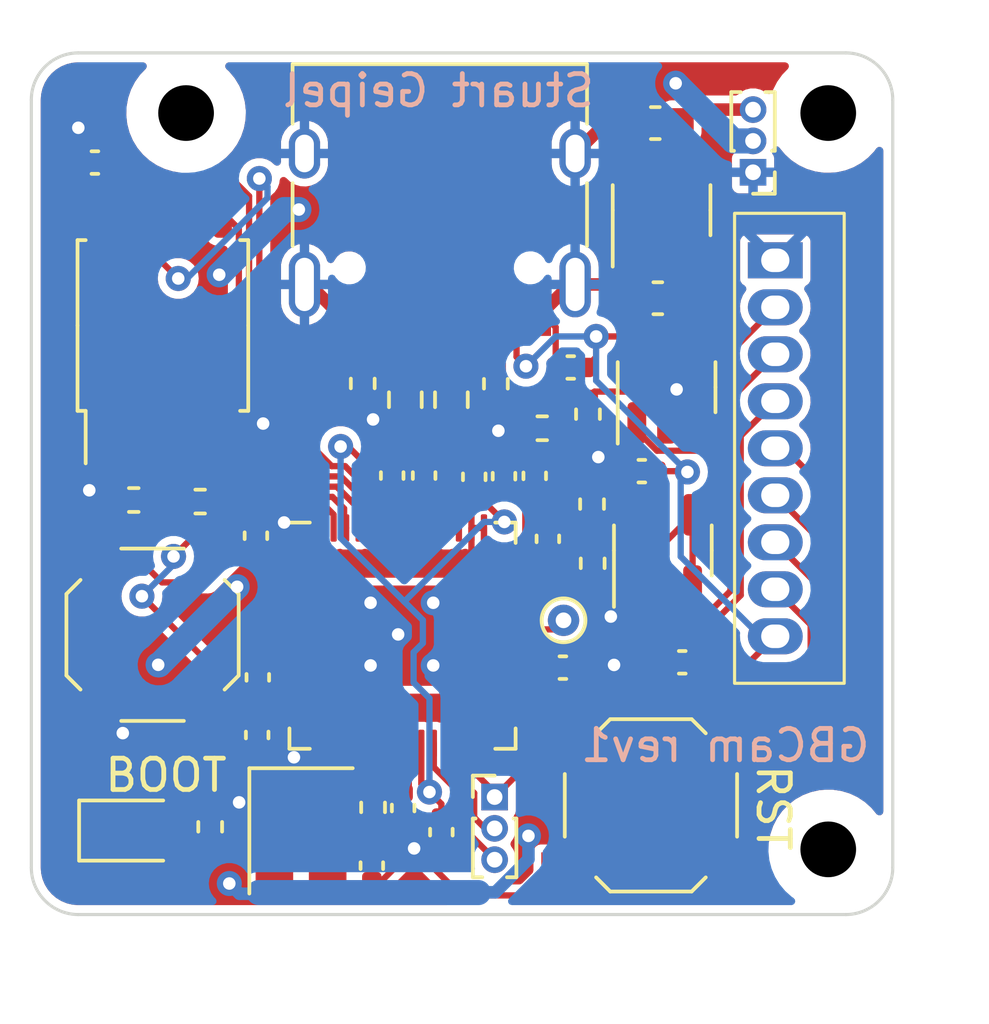
<source format=kicad_pcb>
(kicad_pcb (version 20221018) (generator pcbnew)
  (layers (0 "F.Cu" signal) (31 "B.Cu" signal) (34 "B.Paste" user) (35 "F.Paste" user) (36 "B.SilkS" user "B.Silkscreen") (37 "F.SilkS" user "F.Silkscreen") (38 "B.Mask" user) (39 "F.Mask" user) (44 "Edge.Cuts" user))
  (net 0 "")
  (net 1 "+5V")
  (net 2 "GND")
  (net 3 "+3.3V")
  (net 4 "+1V1")
  (net 5 "Net-(C17-Pad2)")
  (net 6 "/XIN")
  (net 7 "/GB_VOUT")
  (net 8 "/GB_READ")
  (net 9 "/GB_XCK")
  (net 10 "/GB_RESET")
  (net 11 "/GB_LOAD")
  (net 12 "/GB_SIN")
  (net 13 "/GB_START")
  (net 14 "/RUN")
  (net 15 "/SWCLK")
  (net 16 "/SWD")
  (net 17 "Net-(J3-CC1)")
  (net 18 "Net-(J3-D+-PadA6)")
  (net 19 "Net-(J3-D--PadA7)")
  (net 21 "Net-(J3-CC2)")
  (net 23 "/D+")
  (net 24 "/D-")
  (net 25 "/QSPI_SS")
  (net 26 "Net-(R5-Pad2)")
  (net 27 "/XOUT")
  (net 28 "Net-(U2--)")
  (net 29 "/PIN_VOUT")
  (net 30 "Net-(U3--)")
  (net 31 "/PIN_READ")
  (net 44 "Net-(D1-A)")
  (net 45 "/INDIC")
  (net 52 "/QSPI_SD3")
  (net 53 "/QSPI_SCLK")
  (net 54 "/QSPI_SDO")
  (net 55 "/QSPI_SD2")
  (net 56 "/QSPI_SD1")
  (net 59 "Net-(U1-GPIO24)")
  (footprint "Resistor_SMD:R_0402_1005Metric" (layer "F.Cu") (at 46.31 41.98 180)
    (fp_text reference "R8" hide)
    (fp_text value "51k")
  )
  (footprint "Resistor_SMD:R_0402_1005Metric" (layer "F.Cu") (at 35.39 44.32)
    (fp_text reference "R5" hide)
    (fp_text value "1k")
  )
  (footprint "Capacitor_SMD:C_0402_1005Metric" (layer "F.Cu") (at 37.17 45.41 90)
    (fp_text reference "C10" hide)
    (fp_text value "100n")
  )
  (footprint "Package_DFN_QFN:QFN-56-1EP_7x7mm_P0.4mm_EP3.2x3.2mm" (layer "F.Cu") (at 41.85 48.6)
    (fp_text reference "U1" hide)
    (fp_text value "RP2040")
  )
  (footprint "Package_TO_SOT_SMD:SOT-23-5" (layer "F.Cu") (at 50.16 45.88 90)
    (fp_text reference "U3" hide)
    (fp_text value "LMV321")
  )
  (footprint "Capacitor_SMD:C_0402_1005Metric" (layer "F.Cu") (at 37.23 49.93 -90)
    (fp_text reference "C9" hide)
    (fp_text value "100n")
  )
  (footprint "TestPoint:TestPoint_THTPad_D1.0mm_Drill0.5mm" (layer "F.Cu") (at 46.99 48.11)
    (fp_text reference "TP1" hide)
    (fp_text value "TestPoint_Small")
  )
  (footprint "Capacitor_SMD:C_0603_1608Metric" (layer "F.Cu") (at 50 37.83 180)
    (fp_text reference "C2" hide)
    (fp_text value "10u")
  )
  (footprint "Capacitor_SMD:C_0402_1005Metric" (layer "F.Cu") (at 43.09 54.87 -90)
    (fp_text reference "C14" hide)
    (fp_text value "100n")
  )
  (footprint "Crystal:Crystal_SMD_3225-4Pin_3.2x2.5mm" (layer "F.Cu") (at 38.61 54.83 -90)
    (fp_text reference "Y1" hide)
    (fp_text value "X322512MSB4SI")
  )
  (footprint "Button_Switch_SMD:SW_Push_1P1T_XKB_TS-1187A" (layer "F.Cu") (at 33.87 48.57 90)
    (fp_text reference "SW1" hide)
    (fp_text value "USB_BOOT")
  )
  (footprint "LED_SMD:LED_0805_2012Metric" (layer "F.Cu") (at 33.21 54.82)
    (fp_text reference "D1" hide)
    (fp_text value "LED")
  )
  (footprint "Resistor_SMD:R_0402_1005Metric" (layer "F.Cu") (at 33.27 44.27)
    (fp_text reference "R11" hide)
    (fp_text value "DNF")
  )
  (footprint "Resistor_SMD:R_0402_1005Metric" (layer "F.Cu") (at 47.9 44.4 -90)
    (fp_text reference "R9" hide)
    (fp_text value "51k")
  )
  (footprint "Resistor_SMD:R_0603_1608Metric" (layer "F.Cu") (at 41.94 41.07 -90)
    (fp_text reference "R3" hide)
    (fp_text value "27")
  )
  (footprint "Capacitor_SMD:C_0402_1005Metric" (layer "F.Cu") (at 37.21 51.77 -90)
    (fp_text reference "C18" hide)
    (fp_text value "30p")
  )
  (footprint "Capacitor_SMD:C_0402_1005Metric" (layer "F.Cu") (at 46.07 43.5 90)
    (fp_text reference "C4" hide)
    (fp_text value "1u")
  )
  (footprint "Capacitor_SMD:C_0402_1005Metric" (layer "F.Cu") (at 45.09 43.51 90)
    (fp_text reference "C12" hide)
    (fp_text value "100n")
  )
  (footprint "Capacitor_SMD:C_0402_1005Metric" (layer "F.Cu") (at 46.49 45.51 90)
    (fp_text reference "C6" hide)
    (fp_text value "100n")
  )
  (footprint "Capacitor_SMD:C_0402_1005Metric" (layer "F.Cu") (at 41.52 43.49 90)
    (fp_text reference "C13" hide)
    (fp_text value "100n")
  )
  (footprint "Capacitor_SMD:C_0402_1005Metric" (layer "F.Cu") (at 44.14 43.53 90)
    (fp_text reference "C3" hide)
    (fp_text value "1u")
  )
  (footprint "Package_TO_SOT_SMD:SOT-23-3" (layer "F.Cu") (at 50.12 35.02 90)
    (fp_text reference "U5" hide)
    (fp_text value "XC6206PxxxMR")
  )
  (footprint "footprints:gbcam_mount" (layer "F.Cu") (at 34.94 31.92)
    (fp_text reference "H1" hide)
    (fp_text value "MountingHole")
  )
  (footprint "Resistor_SMD:R_0402_1005Metric" (layer "F.Cu") (at 47.92 46.29 -90)
    (fp_text reference "R10" hide)
    (fp_text value "51k")
  )
  (footprint "Capacitor_SMD:C_0402_1005Metric" (layer "F.Cu") (at 49.49 43.35 180)
    (fp_text reference "C15" hide)
    (fp_text value "100n")
  )
  (footprint "Resistor_SMD:R_0402_1005Metric" (layer "F.Cu") (at 40.91 54.08 90)
    (fp_text reference "R6" hide)
    (fp_text value "1k")
  )
  (footprint "Resistor_SMD:R_0402_1005Metric" (layer "F.Cu") (at 44.83 40.56 -90)
    (fp_text reference "R2" hide)
    (fp_text value "5.1k")
  )
  (footprint "Resistor_SMD:R_0402_1005Metric" (layer "F.Cu") (at 35.71 54.7 -90)
    (fp_text reference "R12" hide)
    (fp_text value "1k")
  )
  (footprint "Package_TO_SOT_SMD:SOT-23-5" (layer "F.Cu") (at 50.28 40.67 90)
    (fp_text reference "U2" hide)
    (fp_text value "LMV321")
  )
  (footprint "Capacitor_SMD:C_0402_1005Metric" (layer "F.Cu") (at 42.54 43.49 90)
    (fp_text reference "C11" hide)
    (fp_text value "100n")
  )
  (footprint "Capacitor_SMD:C_0402_1005Metric" (layer "F.Cu") (at 50.78 49.45 180)
    (fp_text reference "C19" hide)
    (fp_text value "100n")
  )
  (footprint "Capacitor_SMD:C_0402_1005Metric" (layer "F.Cu") (at 47.22 40.04 180)
    (fp_text reference "C16" hide)
    (fp_text value "100n")
  )
  (footprint "Capacitor_SMD:C_0402_1005Metric" (layer "F.Cu") (at 32.03 33.5)
    (fp_text reference "C5" hide)
    (fp_text value "100n")
  )
  (footprint "Capacitor_SMD:C_0402_1005Metric" (layer "F.Cu") (at 40.87 55.94 90)
    (fp_text reference "C17" hide)
    (fp_text value "30p")
  )
  (footprint "footprints:gbcam_mount" (layer "F.Cu") (at 55.44 55.42)
    (fp_text reference "H3" hide)
    (fp_text value "MountingHole")
  )
  (footprint "Button_Switch_SMD:SW_Push_1P1T_XKB_TS-1187A" (layer "F.Cu") (at 49.78 54.015 180)
    (fp_text reference "SW2" hide)
    (fp_text value "RESET")
  )
  (footprint "footprints:gbcam_mount" (layer "F.Cu") (at 55.44 31.92)
    (fp_text reference "H2" hide)
    (fp_text value "MountingHole")
  )
  (footprint "footprints:JST_ZH-9" (layer "F.Cu") (at 53.75 42.62 -90)
    (fp_text reference "J1" hide)
    (fp_text value "GBCAM")
  )
  (footprint "Capacitor_SMD:C_0402_1005Metric" (layer "F.Cu") (at 46.97 49.62)
    (fp_text reference "C7" hide)
    (fp_text value "100n")
  )
  (footprint "Connector_PinHeader_1.00mm:PinHeader_1x03_P1.00mm_Vertical" (layer "F.Cu") (at 53.04 33.81 180)
    (fp_text reference "J4" hide)
    (fp_text value "SWD")
  )
  (footprint "Resistor_SMD:R_0402_1005Metric" (layer "F.Cu") (at 47.77 41.53 -90)
    (fp_text reference "R7" hide)
    (fp_text value "51k")
  )
  (footprint "Resistor_SMD:R_0402_1005Metric" (layer "F.Cu") (at 40.58 40.55 -90)
    (fp_text reference "R1" hide)
    (fp_text value "5.1k")
  )
  (footprint "Connector_PinHeader_1.00mm:PinHeader_1x03_P1.00mm_Vertical" (layer "F.Cu") (at 44.79 53.75)
    (fp_text reference "J2" hide)
    (fp_text value "SWD")
  )
  (footprint "Capacitor_SMD:C_0402_1005Metric" (layer "F.Cu") (at 41.87 54.1 -90)
    (fp_text reference "C8" hide)
    (fp_text value "100n")
  )
  (footprint "Connector_USB:USB_C_Receptacle_HRO_TYPE-C-31-M-12" (layer "F.Cu") (at 43.04 34.26 180)
    (fp_text reference "J3" hide)
    (fp_text value "USBC")
  )
  (footprint "Resistor_SMD:R_0603_1608Metric" (layer "F.Cu") (at 43.41 41.07 -90)
    (fp_text reference "R4" hide)
    (fp_text value "27")
  )
  (footprint "Capacitor_SMD:C_0603_1608Metric" (layer "F.Cu") (at 49.92 32.24 180)
    (fp_text reference "C1" hide)
    (fp_text value "10u")
  )
  (footprint "Package_SO:SOIC-8_5.23x5.23mm_P1.27mm" (layer "F.Cu") (at 34.2 38.7 90)
    (fp_text reference "U4" hide)
    (fp_text value "W25Q128JVS")
  )
  (gr_arc (start 57.5 56) (mid 57.06066 57.06066) (end 56 57.5) (stroke (width 0.1)) (layer "Edge.Cuts"))
  (gr_arc (start 30 31.5) (mid 30.43934 30.43934) (end 31.5 30) (stroke (width 0.1)) (layer "Edge.Cuts"))
  (gr_line (start 56 57.5) (end 31.5 57.5) (stroke (width 0.1)) (layer "Edge.Cuts"))
  (gr_line (start 31.5 30) (end 56 30) (stroke (width 0.1)) (layer "Edge.Cuts"))
  (gr_arc (start 56 30) (mid 57.06066 30.43934) (end 57.5 31.5) (stroke (width 0.1)) (layer "Edge.Cuts"))
  (gr_arc (start 31.5 57.5) (mid 30.43934 57.06066) (end 30 56) (stroke (width 0.1)) (layer "Edge.Cuts"))
  (gr_line (start 57.5 31.5) (end 57.5 56) (stroke (width 0.1)) (layer "Edge.Cuts"))
  (gr_line (start 30 56) (end 30 31.5) (stroke (width 0.1)) (layer "Edge.Cuts"))
  (gr_text "GBCam rev1" (at 56.85 52.69) (layer "B.SilkS") (effects (font (size 1 1) (thickness 0.153)) (justify left bottom mirror)))
  (gr_text "Stuart Geipel" (at 48.05 31.79) (layer "B.SilkS") (effects (font (size 1 1) (thickness 0.153)) (justify left bottom mirror)))
  (gr_text "RST" (at 53.1 52.64 -90) (layer "F.SilkS") (effects (font (size 1 1) (thickness 0.153)) (justify left bottom)))
  (gr_text "BOOT" (at 32.27 53.64) (layer "F.SilkS") (effects (font (size 1 1) (thickness 0.153)) (justify left bottom)))
  (segment (start 50.12 33.8825) (end 50.12 32.815) (width 0.4) (layer "F.Cu") (net 1))
  (segment (start 45.49 37.613) (end 45.49 38.305) (width 0.4) (layer "F.Cu") (net 1))
  (segment (start 49.97 43.35) (end 50.92 43.35) (width 0.2) (layer "F.Cu") (net 1))
  (segment (start 47.53 35.15) (end 45.005 35.15) (width 1.2) (layer "F.Cu") (net 1))
  (segment (start 51.125 31.81) (end 53.04 31.81) (width 0.4) (layer "F.Cu") (net 1))
  (segment (start 49.21 44.7425) (end 49.21 44.11) (width 0.2) (layer "F.Cu") (net 1))
  (segment (start 49.34 39.6525) (end 48.737498 39.049998) (width 0.2) (layer "F.Cu") (net 1))
  (segment (start 49.21 44.11) (end 49.97 43.35) (width 0.2) (layer "F.Cu") (net 1))
  (segment (start 44.18 35.45) (end 44.705 35.45) (width 1.2) (layer "F.Cu") (net 1))
  (segment (start 48.737498 39.049998) (end 48.03 39.049998) (width 0.2) (layer "F.Cu") (net 1))
  (segment (start 53.75 48.62) (end 52.92 49.45) (width 0.2) (layer "F.Cu") (net 1))
  (segment (start 47.7 40.04) (end 48.03 39.71) (width 0.2) (layer "F.Cu") (net 1))
  (segment (start 40.59 38.305) (end 40.59 37.476) (width 0.4) (layer "F.Cu") (net 1))
  (segment (start 40.59 37.476) (end 41.431305 36.634695) (width 0.4) (layer "F.Cu") (net 1))
  (segment (start 52.92 49.45) (end 51.26 49.45) (width 0.2) (layer "F.Cu") (net 1))
  (segment (start 44.18 35.45) (end 42.616 35.45) (width 1.2) (layer "F.Cu") (net 1))
  (segment (start 49.93 33.5) (end 49.18 33.5) (width 0.8) (layer "F.Cu") (net 1))
  (segment (start 45.49 38.305) (end 45.49 39.7) (width 0.2) (layer "F.Cu") (net 1))
  (segment (start 44.820848 36.943848) (end 45.49 37.613) (width 0.4) (layer "F.Cu") (net 1))
  (segment (start 48.03 39.71) (end 48.03 39.049998) (width 0.2) (layer "F.Cu") (net 1))
  (segment (start 50.12 32.815) (end 50.695 32.24) (width 0.4) (layer "F.Cu") (net 1))
  (segment (start 50.695 32.24) (end 51.125 31.81) (width 0.4) (layer "F.Cu") (net 1))
  (segment (start 49.93 33.6925) (end 49.93 33.5) (width 0.4) (layer "F.Cu") (net 1))
  (segment (start 49.18 33.5) (end 47.53 35.15) (width 0.8) (layer "F.Cu") (net 1))
  (segment (start 45.49 39.7) (end 45.79 40) (width 0.2) (layer "F.Cu") (net 1))
  (segment (start 50.12 33.8825) (end 49.93 33.6925) (width 0.4) (layer "F.Cu") (net 1))
  (segment (start 42.616 35.45) (end 41.431305 36.634695) (width 1.2) (layer "F.Cu") (net 1))
  (segment (start 44.705 35.45) (end 45.005 35.15) (width 1.2) (layer "F.Cu") (net 1))
  (segment (start 44.18 35.45) (end 44.18 36.303) (width 1.2) (layer "F.Cu") (net 1))
  (segment (start 50.92 43.35) (end 50.945 43.375) (width 0.2) (layer "F.Cu") (net 1))
  (segment (start 44.18 36.303) (end 44.820848 36.943848) (width 0.8) (layer "F.Cu") (net 1))
  (via (at 45.79 40) (size 0.8) (drill 0.4) (layers "F.Cu" "B.Cu") (net 1))
  (via (at 50.945 43.375) (size 0.8) (drill 0.4) (layers "F.Cu" "B.Cu") (net 1))
  (via (at 48.03 39.049998) (size 0.8) (drill 0.4) (layers "F.Cu" "B.Cu") (net 1))
  (segment (start 48.03 39.049998) (end 48.03 40.46) (width 0.2) (layer "B.Cu") (net 1))
  (segment (start 48.03 40.46) (end 50.945 43.375) (width 0.2) (layer "B.Cu") (net 1))
  (segment (start 50.73 43.59) (end 50.945 43.375) (width 0.2) (layer "B.Cu") (net 1))
  (segment (start 53.275 48.62) (end 50.73 46.075) (width 0.2) (layer "B.Cu") (net 1))
  (segment (start 50.73 46.075) (end 50.73 43.59) (width 0.2) (layer "B.Cu") (net 1))
  (segment (start 53.75 48.62) (end 53.275 48.62) (width 0.2) (layer "B.Cu") (net 1))
  (segment (start 48.03 39.049998) (end 46.740002 39.049998) (width 0.2) (layer "B.Cu") (net 1))
  (segment (start 46.740002 39.049998) (end 45.79 40) (width 0.2) (layer "B.Cu") (net 1))
  (segment (start 36.633498 54.803498) (end 37.76 55.93) (width 0.2) (layer "F.Cu") (net 2))
  (segment (start 36.633498 53.92) (end 36.633498 54.803498) (width 0.2) (layer "F.Cu") (net 2))
  (segment (start 49.17 36.1575) (end 49.225 36.2125) (width 0.4) (layer "F.Cu") (net 2))
  (segment (start 32.92 51.71) (end 32.135 51.71) (width 0.2) (layer "F.Cu") (net 2))
  (segment (start 49.01 43.35) (end 48.55 43.35) (width 0.2) (layer "F.Cu") (net 2))
  (segment (start 41.87 54.58) (end 42.22 54.93) (width 0.2) (layer "F.Cu") (net 2))
  (segment (start 38.12 55.57) (end 37.76 55.93) (width 0.2) (layer "F.Cu") (net 2))
  (segment (start 44.83 41.07) (end 44.83 41.98) (width 0.4) (layer "F.Cu") (net 2))
  (segment (start 37.84 55.85) (end 37.76 55.93) (width 0.2) (layer "F.Cu") (net 2))
  (segment (start 44.83 41.98) (end 44.91 42.06) (width 0.4) (layer "F.Cu") (net 2))
  (segment (start 37.7 55.87) (end 37.76 55.93) (width 0.2) (layer "F.Cu") (net 2))
  (segment (start 49.225 37.83) (end 48.785 37.39) (width 0.4) (layer "F.Cu") (net 2))
  (segment (start 39.085263 52.702) (end 38.864305 52.481042) (width 0.2) (layer "F.Cu") (net 2))
  (segment (start 46.74 38.755) (end 46.29 38.305) (width 0.2) (layer "F.Cu") (net 2))
  (segment (start 37.21 51.307397) (end 38.383645 52.481042) (width 0.2) (layer "F.Cu") (net 2))
  (segment (start 47.92 47.41) (end 48.5 47.99) (width 0.2) (layer "F.Cu") (net 2))
  (segment (start 48.33 32.24) (end 47.36 33.21) (width 0.4) (layer "F.Cu") (net 2))
  (segment (start 49.516159 46.128) (end 48.592 46.128) (width 0.2) (layer "F.Cu") (net 2))
  (segment (start 43.72 56.89) (end 42.22 55.39) (width 0.2) (layer "F.Cu") (net 2))
  (segment (start 40.58 41.369069) (end 40.909863 41.698932) (width 0.4) (layer "F.Cu") (net 2))
  (segment (start 40.58 41.06) (end 40.58 41.369069) (width 0.4) (layer "F.Cu") (net 2))
  (segment (start 37.98 55.47) (end 37.98 55.71) (width 0.2) (layer "F.Cu") (net 2))
  (segment (start 32.92 51.71) (end 32.2725 52.3575) (width 0.2) (layer "F.Cu") (net 2))
  (segment (start 38.013 44.93) (end 38.07 44.987) (width 0.2) (layer "F.Cu") (net 2))
  (segment (start 41.52 43.01) (end 40.997 42.487) (width 0.4) (layer "F.Cu") (net 2))
  (segment (start 37.68 55.44) (end 37.68 55.85) (width 0.2) (layer "F.Cu") (net 2))
  (segment (start 40.614737 52.702) (end 39.085263 52.702) (width 0.2) (layer "F.Cu") (net 2))
  (segment (start 38 55.69) (end 37.76 55.93) (width 0.2) (layer "F.Cu") (net 2))
  (segment (start 32.51 33.4) (end 32.51 33.5) (width 0.2) (layer "F.Cu") (net 2))
  (segment (start 37.23 50.41) (end 37.21 50.43) (width 0.2) (layer "F.Cu") (net 2))
  (segment (start 31.995 44.105) (end 31.995 45.57) (width 0.2) (layer "F.Cu") (net 2))
  (segment (start 50.29 41.9275) (end 50.29 41.050002) (width 0.2) (layer "F.Cu") (net 2))
  (segment (start 48.592 46.128) (end 47.92 46.8) (width 0.2) (layer "F.Cu") (net 2))
  (segment (start 42.54 43.01) (end 41.52 43.01) (width 0.4) (layer "F.Cu") (net 2))
  (segment (start 38.875 37.39) (end 39.79 38.305) (width 0.4) (layer "F.Cu") (net 2))
  (segment (start 37.17 44.93) (end 38.013 44.93) (width 0.2) (layer "F.Cu") (net 2))
  (segment (start 36.105 42.3) (end 36.575 41.83) (width 0.2) (layer "F.Cu") (net 2))
  (segment (start 46.78 55.89) (end 45.78 56.89) (width 0.2) (layer "F.Cu") (net 2))
  (segment (start 39.46 53.73) (end 39.085263 53.355263) (width 0.2) (layer "F.Cu") (net 2))
  (segment (start 44.91 42.06) (end 44.91 42.85) (width 0.4) (layer "F.Cu") (net 2))
  (segment (start 44.14 43.05) (end 44.17 43.02) (width 0.4) (layer "F.Cu") (net 2))
  (segment (start 42.22 54.93) (end 42.22 55.39) (width 0.2) (layer "F.Cu") (net 2))
  (segment (start 40.997 42.487) (end 40.997 41.786069) (width 0.4) (layer "F.Cu") (net 2))
  (segment (start 48.785 37.39) (end 47.36 37.39) (width 0.4) (layer "F.Cu") (net 2))
  (segment (start 40.85 52.0375) (end 40.85 52.466737) (width 0.2) (layer "F.Cu") (net 2))
  (segment (start 32.135 51.71) (end 31.995 51.57) (width 0.2) (layer "F.Cu") (net 2))
  (segment (start 37.68 55.85) (end 37.76 55.93) (width 0.2) (layer "F.Cu") (net 2))
  (segment (start 49.145 32.24) (end 48.33 32.24) (width 0.4) (layer "F.Cu") (net 2))
  (segment (start 37.21 50.43) (end 37.21 51.29) (width 0.2) (layer "F.Cu") (net 2))
  (segment (start 37.82 55.87) (end 37.76 55.93) (width 0.2) (layer "F.Cu") (net 2))
  (segment (start 38.14 55.55) (end 37.76 55.93) (width 0.2) (layer "F.Cu") (net 2))
  (segment (start 37.21 51.29) (end 37.21 51.307397) (width 0.2) (layer "F.Cu") (net 2))
  (segment (start 37.98 55.71) (end 37.76 55.93) (width 0.2) (layer "F.Cu") (net 2))
  (segment (start 40.87 56.42) (end 41.19 56.42) (width 0.2) (layer "F.Cu") (net 2))
  (segment (start 46.607 44.913) (end 46.607 43.557) (width 0.2) (layer "F.Cu") (net 2))
  (segment (start 42.26 55.35) (end 43.09 55.35) (width 0.2) (layer "F.Cu") (net 2))
  (segment (start 47.36 37.39) (end 47.205 37.39) (width 0.4) (layer "F.Cu") (net 2))
  (segment (start 48.516518 49.62) (end 48.602518 49.534) (width 0.2) (layer "F.Cu") (net 2))
  (segment (start 50.3 49.45) (end 48.686518 49.45) (width 0.2) (layer "F.Cu") (net 2))
  (segment (start 39.085263 53.355263) (end 39.085263 52.702) (width 0.2) (layer "F.Cu") (net 2))
  (segment (start 40.997 41.786069) (end 40.909863 41.698932) (width 0.4) (layer "F.Cu") (net 2))
  (segment (start 50.29 41.050002) (end 50.600002 40.74) (width 0.2) (layer "F.Cu") (net 2))
  (segment (start 37.7 55.44) (end 37.7 55.87) (width 0.2) (layer "F.Cu") (net 2))
  (segment (start 50.16 46.771841) (end 49.516159 46.128) (width 0.2) (layer "F.Cu") (net 2))
  (segment (start 46.607 43.557) (end 46.07 43.02) (width 0.2) (layer "F.Cu") (net 2))
  (segment (start 37.84 55.4) (end 37.84 55.85) (width 0.2) (layer "F.Cu") (net 2))
  (segment (start 47.45 49.62) (end 48.516518 49.62) (width 0.2) (layer "F.Cu") (net 2))
  (segment (start 47.92 46.8) (end 47.92 47.41) (width 0.2) (layer "F.Cu") (net 2))
  (segment (start 38.864305 52.481042) (end 38.383645 52.481042) (width 0.2) (layer "F.Cu") (net 2))
  (segment (start 44.91 42.85) (end 45.09 43.03) (width 0.4) (layer "F.Cu") (net 2))
  (segment (start 42.22 55.39) (end 42.26 55.35) (width 0.2) (layer "F.Cu") (net 2))
  (segment (start 42.32 54.58) (end 41.87 54.58) (width 0.2) (layer "F.Cu") (net 2))
  (segment (start 38.12 55.43) (end 38.12 55.57) (width 0.2) (layer "F.Cu") (net 2))
  (segment (start 44.99 41.98) (end 44.91 42.06) (width 0.2) (layer "F.Cu") (net 2))
  (segment (start 38.72 37.39) (end 38.875 37.39) (width 0.4) (layer "F.Cu") (net 2))
  (segment (start 31.5 32.39) (end 32.51 33.4) (width 0.2) (layer "F.Cu") (net 2))
  (segment (start 38 55.47) (end 38 55.69) (width 0.2) (layer "F.Cu") (net 2))
  (segment (start 46.49 45.03) (end 46.607 44.913) (width 0.2) (layer "F.Cu") (net 2))
  (segment (start 49.225 36.2125) (end 49.225 37.83) (width 0.4) (layer "F.Cu") (net 2))
  (segment (start 43.09 55.35) (end 42.32 54.58) (width 0.2) (layer "F.Cu") (net 2))
  (segment (start 45.8 41.98) (end 44.99 41.98) (width 0.2) (layer "F.Cu") (net 2))
  (segment (start 36.575 41.83) (end 37.4 41.83) (width 0.2) (layer "F.Cu") (net 2))
  (segment (start 48.686518 49.45) (end 48.602518 49.534) (width 0.2) (layer "F.Cu") (net 2))
  (segment (start 47.205 37.39) (end 46.29 38.305) (width 0.4) (layer "F.Cu") (net 2))
  (segment (start 45.78 56.89) (end 43.72 56.89) (width 0.2) (layer "F.Cu") (net 2))
  (segment (start 40.85 52.466737) (end 40.614737 52.702) (width 0.2) (layer "F.Cu") (net 2))
  (segment (start 31.85 43.96) (end 31.995 44.105) (width 0.2) (layer "F.Cu") (net 2))
  (segment (start 48.55 43.35) (end 48.1 42.9) (width 0.2) (layer "F.Cu") (net 2))
  (segment (start 52.78 55.89) (end 46.78 55.89) (width 0.2) (layer "F.Cu") (net 2))
  (segment (start 46.74 40.04) (end 46.74 38.755) (width 0.2) (layer "F.Cu") (net 2))
  (segment (start 32.2725 52.3575) (end 32.2725 54.82) (width 0.2) (layer "F.Cu") (net 2))
  (segment (start 50.16 47.0175) (end 50.16 46.771841) (width 0.2) (layer "F.Cu") (net 2))
  (segment (start 41.19 56.42) (end 42.22 55.39) (width 0.2) (layer "F.Cu") (net 2))
  (segment (start 38.14 55.43) (end 38.14 55.55) (width 0.2) (layer "F.Cu") (net 2))
  (segment (start 37.82 55.4) (end 37.82 55.87) (width 0.2) (layer "F.Cu") (net 2))
  (segment (start 44.17 43.02) (end 46.07 43.02) (width 0.4) (layer "F.Cu") (net 2))
  (via (at 42.22 55.39) (size 0.8) (drill 0.4) (layers "F.Cu" "B.Cu") (net 2))
  (via (at 31.85 43.96) (size 0.8) (drill 0.4) (layers "F.Cu" "B.Cu") (net 2))
  (via (at 40.83 49.55) (size 0.8) (drill 0.4) (layers "F.Cu" "B.Cu") (net 2))
  (via (at 48.1 42.9) (size 0.8) (drill 0.4) (layers "F.Cu" "B.Cu") (net 2))
  (via (at 40.83 47.55) (size 0.8) (drill 0.4) (layers "F.Cu" "B.Cu") (net 2))
  (via (at 38.383645 52.481042) (size 0.8) (drill 0.4) (layers "F.Cu" "B.Cu") (net 2))
  (via (at 40.909863 41.698932) (size 0.8) (drill 0.4) (layers "F.Cu" "B.Cu") (net 2))
  (via (at 31.5 32.39) (size 0.8) (drill 0.4) (layers "F.Cu" "B.Cu") (net 2))
  (via (at 42.83 49.55) (size 0.8) (drill 0.4) (layers "F.Cu" "B.Cu") (net 2))
  (via (at 37.4 41.83) (size 0.8) (drill 0.4) (layers "F.Cu" "B.Cu") (net 2))
  (via (at 42.83 47.55) (size 0.8) (drill 0.4) (layers "F.Cu" "B.Cu") (net 2))
  (via (at 38.07 44.987) (size 0.8) (drill 0.4) (layers "F.Cu" "B.Cu") (net 2))
  (via (at 48.5 47.99) (size 0.8) (drill 0.4) (layers "F.Cu" "B.Cu") (net 2))
  (via (at 44.91 42.06) (size 0.8) (drill 0.4) (layers "F.Cu" "B.Cu") (net 2))
  (via (at 50.600002 40.74) (size 0.8) (drill 0.4) (layers "F.Cu" "B.Cu") (net 2))
  (via (at 41.71 48.56) (size 0.8) (drill 0.4) (layers "F.Cu" "B.Cu") (net 2))
  (via (at 48.602518 49.534) (size 0.8) (drill 0.4) (layers "F.Cu" "B.Cu") (net 2))
  (via (at 32.92 51.71) (size 0.8) (drill 0.4) (layers "F.Cu" "B.Cu") (net 2))
  (via (at 36.633498 53.92) (size 0.8) (drill 0.4) (layers "F.Cu" "B.Cu") (net 2))
  (segment (start 37.17 45.89) (end 38.3025 45.89) (width 0.2) (layer "F.Cu") (net 3))
  (segment (start 45.3075 49.62) (end 45.2875 49.6) (width 0.2) (layer "F.Cu") (net 3))
  (segment (start 37.38 49.6) (end 37.23 49.45) (width 0.2) (layer "F.Cu") (net 3))
  (segment (start 38.4125 49.6) (end 37.38 49.6) (width 0.2) (layer "F.Cu") (net 3))
  (segment (start 42.45 44.9) (end 42.05 44.5) (width 0.2) (layer "F.Cu") (net 3))
  (segment (start 45.09 43.99) (end 46.06 43.99) (width 0.2) (layer "F.Cu") (net 3))
  (segment (start 38.4125 46) (end 39.17 46) (width 0.2) (layer "F.Cu") (net 3))
  (segment (start 44.45 45.1625) (end 44.45 46.02) (width 0.2) (layer "F.Cu") (net 3))
  (segment (start 44.05 45.1625) (end 44.05 45.99) (width 0.2) (layer "F.Cu") (net 3))
  (segment (start 44.55 49.6) (end 44.53 49.62) (width 0.2) (layer "F.Cu") (net 3))
  (segment (start 45.2875 46) (end 45.77 46) (width 0.2) (layer "F.Cu") (net 3))
  (segment (start 44.45 46.02) (end 44.46 46.03) (width 0.2) (layer "F.Cu") (net 3))
  (segment (start 44.46 46.03) (end 44.49 46) (width 0.2) (layer "F.Cu") (net 3))
  (segment (start 42.05 45.1625) (end 42.05 44.5) (width 0.2) (layer "F.Cu") (net 3))
  (segment (start 42.05 53.44) (end 42.05 52.0375) (width 0.2) (layer "F.Cu") (net 3))
  (segment (start 41.87 53.62) (end 42.05 53.44) (width 0.2) (layer "F.Cu") (net 3))
  (segment (start 42.05 45.76) (end 42.24 45.95) (width 0.2) (layer "F.Cu") (net 3))
  (segment (start 38.4125 49.6) (end 39.16 49.6) (width 0.2) (layer "F.Cu") (net 3))
  (segment (start 37.17 45.89) (end 37.17 46.44) (width 0.2) (layer "F.Cu") (net 3))
  (segment (start 45.2875 49.6) (end 44.55 49.6) (width 0.2) (layer "F.Cu") (net 3))
  (segment (start 45.77 46) (end 45.77 44.28) (width 0.2) (layer "F.Cu") (net 3))
  (segment (start 45.77 46) (end 46.48 46) (width 0.2) (layer "F.Cu") (net 3))
  (segment (start 42.05 44.5) (end 42.05 44.46) (width 0.2) (layer "F.Cu") (net 3))
  (segment (start 39.16 49.6) (end 39.19 49.57) (width 0.2) (layer "F.Cu") (net 3))
  (segment (start 50.775 36.4525) (end 51.07 36.1575) (width 0.4) (layer "F.Cu") (net 3))
  (segment (start 42.45 45.74) (end 42.24 45.95) (width 0.2) (layer "F.Cu") (net 3))
  (segment (start 38.3025 45.89) (end 38.4125 46) (width 0.2) (layer "F.Cu") (net 3))
  (segment (start 42.05 44.46) (end 42.54 43.97) (width 0.2) (layer "F.Cu") (net 3))
  (segment (start 42.45 45.1625) (end 42.45 44.9) (width 0.2) (layer "F.Cu") (net 3))
  (segment (start 42.05 45.1625) (end 42.05 45.76) (width 0.2) (layer "F.Cu") (net 3))
  (segment (start 44.49 46) (end 45.2875 46) (width 0.2) (layer "F.Cu") (net 3))
  (segment (start 42.45 45.1625) (end 42.45 45.74) (width 0.2) (layer "F.Cu") (net 3))
  (segment (start 46.48 46) (end 46.49 45.99) (width 0.2) (layer "F.Cu") (net 3))
  (segment (start 50.775 37.83) (end 50.775 36.4525) (width 0.4) (layer "F.Cu") (net 3))
  (segment (start 46.49 49.62) (end 45.3075 49.62) (width 0.2) (layer "F.Cu") (net 3))
  (segment (start 42.05 52.0375) (end 42.05 51.19) (width 0.2) (layer "F.Cu") (net 3))
  (segment (start 39.17 46) (end 39.23 46.06) (width 0.2) (layer "F.Cu") (net 3))
  (segment (start 46.06 43.99) (end 46.07 43.98) (width 0.2) (layer "F.Cu") (net 3))
  (segment (start 37.17 46.44) (end 36.57 47.04) (width 0.2) (layer "F.Cu") (net 3))
  (segment (start 45.77 44.28) (end 46.07 43.98) (width 0.2) (layer "F.Cu") (net 3))
  (segment (start 42.05 51.19) (end 42.04 51.18) (width 0.2) (layer "F.Cu") (net 3))
  (segment (start 44.05 45.1625) (end 44.45 45.1625) (width 0.2) (layer "F.Cu") (net 3))
  (via (at 38.54 35) (size 0.8) (drill 0.4) (layers "F.Cu" "B.Cu") (net 3))
  (via (at 45.87 54.99) (size 0.8) (drill 0.4) (layers "F.Cu" "B.Cu") (net 3))
  (via (at 34.05 49.53) (size 0.8) (drill 0.4) (layers "F.Cu" "B.Cu") (net 3))
  (via (at 36.32 56.51) (size 0.8) (drill 0.4) (layers "F.Cu" "B.Cu") (net 3))
  (via (at 50.57 30.97) (size 0.8) (drill 0.4) (layers "F.Cu" "B.Cu") (net 3))
  (via (at 36.57 47.04) (size 0.8) (drill 0.4) (layers "F.Cu" "B.Cu") (net 3))
  (via (at 35.9985 37.08) (size 0.8) (drill 0.4) (layers "F.Cu" "B.Cu") (net 3))
  (segment (start 34.05 49.53) (end 34.08 49.53) (width 0.8) (layer "B.Cu") (net 3))
  (segment (start 36.32 56.51) (end 36.647 56.837) (width 0.4) (layer "B.Cu") (net 3))
  (segment (start 52.41 32.81) (end 50.57 30.97) (width 0.8) (layer "B.Cu") (net 3))
  (segment (start 45.87 55.733489) (end 44.813489 56.79) (width 0.4) (layer "B.Cu") (net 3))
  (segment (start 44.813489 56.79) (end 44.28 56.79) (width 0.4) (layer "B.Cu") (net 3))
  (segment (start 36.647 56.837) (end 37.223 56.837) (width 0.4) (layer "B.Cu") (net 3))
  (segment (start 44.27 56.8) (end 37.26 56.8) (width 0.8) (layer "B.Cu") (net 3))
  (segment (start 37.223 56.837) (end 37.26 56.8) (width 0.4) (layer "B.Cu") (net 3))
  (segment (start 38.0785 35) (end 38.54 35) (width 0.8) (layer "B.Cu") (net 3))
  (segment (start 34.08 49.53) (end 36.57 47.04) (width 0.8) (layer "B.Cu") (net 3))
  (segment (start 35.9985 37.08) (end 38.0785 35) (width 0.8) (layer "B.Cu") (net 3))
  (segment (start 45.87 54.99) (end 45.87 55.733489) (width 0.4) (layer "B.Cu") (net 3))
  (segment (start 53.04 32.81) (end 52.41 32.81) (width 0.8) (layer "B.Cu") (net 3))
  (segment (start 44.14 44.01) (end 44.14 44.243263) (width 0.2) (layer "F.Cu") (net 4))
  (segment (start 42.45 52.0375) (end 42.45 53.33) (width 0.2) (layer "F.Cu") (net 4))
  (segment (start 40.113 42.563) (end 39.873242 42.563) (width 0.2) (layer "F.Cu") (net 4))
  (segment (start 41.65 44.1) (end 41.52 43.97) (width 0.2) (layer "F.Cu") (net 4))
  (segment (start 42.45 53.33) (end 42.71 53.59) (width 0.2) (layer "F.Cu") (net 4))
  (segment (start 44.14 44.243263) (end 43.65 44.733263) (width 0.2) (layer "F.Cu") (net 4))
  (segment (start 41.65 45.1625) (end 41.65 44.1) (width 0.2) (layer "F.Cu") (net 4))
  (segment (start 43.09 53.97) (end 42.71 53.59) (width 0.2) (layer "F.Cu") (net 4))
  (segment (start 43.65 44.733263) (end 43.65 45.1625) (width 0.2) (layer "F.Cu") (net 4))
  (segment (start 43.09 54.39) (end 43.09 53.97) (width 0.2) (layer "F.Cu") (net 4))
  (segment (start 41.52 43.97) (end 40.113 42.563) (width 0.2) (layer "F.Cu") (net 4))
  (segment (start 44.14 44.01) (end 45.099998 44.969998) (width 0.2) (layer "F.Cu") (net 4))
  (via (at 42.71 53.59) (size 0.8) (drill 0.4) (layers "F.Cu" "B.Cu") (net 4))
  (via (at 45.099998 44.969998) (size 0.8) (drill 0.4) (layers "F.Cu" "B.Cu") (net 4))
  (via (at 39.873242 42.563) (size 0.8) (drill 0.4) (layers "F.Cu" "B.Cu") (net 4))
  (segment (start 44.450002 44.969998) (end 41.906644 47.513356) (width 0.2) (layer "B.Cu") (net 4))
  (segment (start 41.906644 47.513356) (end 39.873242 45.479954) (width 0.2) (layer "B.Cu") (net 4))
  (segment (start 39.873242 45.479954) (end 39.873242 42.563) (width 0.2) (layer "B.Cu") (net 4))
  (segment (start 42.71 53.59) (end 42.71 50.6) (width 0.2) (layer "B.Cu") (net 4))
  (segment (start 42.5 48.106712) (end 41.906644 47.513356) (width 0.2) (layer "B.Cu") (net 4))
  (segment (start 42.203 50.093) (end 42.203 49.133712) (width 0.2) (layer "B.Cu") (net 4))
  (segment (start 42.203 49.133712) (end 42.5 48.836712) (width 0.2) (layer "B.Cu") (net 4))
  (segment (start 42.71 50.6) (end 42.203 50.093) (width 0.2) (layer "B.Cu") (net 4))
  (segment (start 42.5 48.836712) (end 42.5 48.106712) (width 0.2) (layer "B.Cu") (net 4))
  (segment (start 45.099998 44.969998) (end 44.450002 44.969998) (width 0.2) (layer "B.Cu") (net 4))
  (segment (start 39.93 55.46) (end 39.46 55.93) (width 0.2) (layer "F.Cu") (net 5))
  (segment (start 40.91 54.59) (end 40.87 54.63) (width 0.2) (layer "F.Cu") (net 5))
  (segment (start 40.87 54.63) (end 40.87 55.46) (width 0.2) (layer "F.Cu") (net 5))
  (segment (start 40.87 55.46) (end 39.93 55.46) (width 0.2) (layer "F.Cu") (net 5))
  (segment (start 37.76 52.8) (end 37.21 52.25) (width 0.2) (layer "F.Cu") (net 6))
  (segment (start 40.52 53.029) (end 40.750185 53.029) (width 0.2) (layer "F.Cu") (net 6))
  (segment (start 40.750185 53.029) (end 41.25 52.529185) (width 0.2) (layer "F.Cu") (net 6))
  (segment (start 37.76 53.73) (end 37.76 52.8) (width 0.2) (layer "F.Cu") (net 6))
  (segment (start 37.76 53.73) (end 38.84 54.81) (width 0.2) (layer "F.Cu") (net 6))
  (segment (start 38.84 54.81) (end 40.134 54.81) (width 0.2) (layer "F.Cu") (net 6))
  (segment (start 41.25 52.529185) (end 41.25 52.0375) (width 0.2) (layer "F.Cu") (net 6))
  (segment (start 40.134 54.81) (end 40.287 54.657) (width 0.2) (layer "F.Cu") (net 6))
  (segment (start 40.287 54.657) (end 40.287 53.262) (width 0.2) (layer "F.Cu") (net 6))
  (segment (start 40.287 53.262) (end 40.52 53.029) (width 0.2) (layer "F.Cu") (net 6))
  (segment (start 49.33 42.053159) (end 49.973841 42.697) (width 0.2) (layer "F.Cu") (net 7))
  (segment (start 51.536159 42.697) (end 51.99 42.243159) (width 0.2) (layer "F.Cu") (net 7))
  (segment (start 51.99 39.88) (end 53.75 38.12) (width 0.2) (layer "F.Cu") (net 7))
  (segment (start 49.33 41.8075) (end 49.33 42.053159) (width 0.2) (layer "F.Cu") (net 7))
  (segment (start 49.973841 42.697) (end 51.536159 42.697) (width 0.2) (layer "F.Cu") (net 7))
  (segment (start 49.37 42.063159) (end 49.48 42.173159) (width 0.2) (layer "F.Cu") (net 7))
  (segment (start 51.99 42.243159) (end 51.99 39.88) (width 0.2) (layer "F.Cu") (net 7))
  (segment (start 49.38 47.1875) (end 49.38 47.263159) (width 0.2) (layer "F.Cu") (net 8))
  (segment (start 49.21 47.0175) (end 49.21 47.263159) (width 0.2) (layer "F.Cu") (net 8))
  (segment (start 51.586159 47.907) (end 52.32 47.173159) (width 0.2) (layer "F.Cu") (net 8))
  (segment (start 52.32 47.173159) (end 52.32 41.05) (width 0.2) (layer "F.Cu") (net 8))
  (segment (start 49.853841 47.907) (end 51.586159 47.907) (width 0.2) (layer "F.Cu") (net 8))
  (segment (start 49.21 47.0175) (end 49.38 47.1875) (width 0.2) (layer "F.Cu") (net 8))
  (segment (start 49.21 47.263159) (end 49.853841 47.907) (width 0.2) (layer "F.Cu") (net 8))
  (segment (start 52.32 41.05) (end 53.75 39.62) (width 0.2) (layer "F.Cu") (net 8))
  (segment (start 45.2875 49.2) (end 46.080984 49.2) (width 0.2) (layer "F.Cu") (net 9))
  (segment (start 52.647 42.223) (end 53.75 41.12) (width 0.2) (layer "F.Cu") (net 9))
  (segment (start 51.048607 48.907) (end 52.647 47.308607) (width 0.2) (layer "F.Cu") (net 9))
  (segment (start 46.080984 49.2) (end 46.373984 48.907) (width 0.2) (layer "F.Cu") (net 9))
  (segment (start 46.373984 48.907) (end 51.048607 48.907) (width 0.2) (layer "F.Cu") (net 9))
  (segment (start 52.647 47.308607) (end 52.647 42.223) (width 0.2) (layer "F.Cu") (net 9))
  (segment (start 55.86 44.44) (end 54.04 42.62) (width 0.2) (layer "F.Cu") (net 10))
  (segment (start 54.377344 51.2) (end 55.86 49.717344) (width 0.2) (layer "F.Cu") (net 10))
  (segment (start 45.2875 51.2) (end 54.377344 51.2) (width 0.2) (layer "F.Cu") (net 10))
  (segment (start 55.86 49.717344) (end 55.86 44.44) (width 0.2) (layer "F.Cu") (net 10))
  (segment (start 54.04 42.62) (end 53.75 42.62) (width 0.2) (layer "F.Cu") (net 10))
  (segment (start 54.299896 50.815) (end 55.533 49.581896) (width 0.2) (layer "F.Cu") (net 11))
  (segment (start 45.3025 50.815) (end 54.299896 50.815) (width 0.2) (layer "F.Cu") (net 11))
  (segment (start 55.533 49.581896) (end 55.533 45.903) (width 0.2) (layer "F.Cu") (net 11))
  (segment (start 55.533 45.903) (end 53.75 44.12) (width 0.2) (layer "F.Cu") (net 11))
  (segment (start 45.2875 50.8) (end 45.3025 50.815) (width 0.2) (layer "F.Cu") (net 11))
  (segment (start 45.978536 50.4) (end 46.066536 50.488) (width 0.2) (layer "F.Cu") (net 12))
  (segment (start 55.206 47.076) (end 53.75 45.62) (width 0.2) (layer "F.Cu") (net 12))
  (segment (start 55.206 49.446448) (end 55.206 47.076) (width 0.2) (layer "F.Cu") (net 12))
  (segment (start 45.2875 50.4) (end 45.978536 50.4) (width 0.2) (layer "F.Cu") (net 12))
  (segment (start 46.066536 50.488) (end 54.164448 50.488) (width 0.2) (layer "F.Cu") (net 12))
  (segment (start 54.164448 50.488) (end 55.206 49.446448) (width 0.2) (layer "F.Cu") (net 12))
  (segment (start 54.879 48.249) (end 54.879 49.311) (width 0.2) (layer "F.Cu") (net 13))
  (segment (start 46.201984 50.161) (end 46.040984 50) (width 0.2) (layer "F.Cu") (net 13))
  (segment (start 46.040984 50) (end 45.2875 50) (width 0.2) (layer "F.Cu") (net 13))
  (segment (start 54.879 49.311) (end 54.029 50.161) (width 0.2) (layer "F.Cu") (net 13))
  (segment (start 54.029 50.161) (end 46.201984 50.161) (width 0.2) (layer "F.Cu") (net 13))
  (segment (start 53.75 47.12) (end 54.879 48.249) (width 0.2) (layer "F.Cu") (net 13))
  (segment (start 46.4 52.14) (end 46.78 52.14) (width 0.2) (layer "F.Cu") (net 14))
  (segment (start 44.79 53.75) (end 46.4 52.14) (width 0.2) (layer "F.Cu") (net 14))
  (segment (start 46.78 52.14) (end 52.78 52.14) (width 0.2) (layer "F.Cu") (net 14))
  (segment (start 43.65 52.466737) (end 43.65 52.0375) (width 0.2) (layer "F.Cu") (net 14))
  (segment (start 44.79 53.75) (end 44.79 53.606737) (width 0.2) (layer "F.Cu") (net 14))
  (segment (start 44.79 53.606737) (end 43.65 52.466737) (width 0.2) (layer "F.Cu") (net 14))
  (segment (start 44.79 55.74) (end 43.811 54.761) (width 0.2) (layer "F.Cu") (net 15))
  (segment (start 42.85 52.798536) (end 42.85 52.0375) (width 0.2) (layer "F.Cu") (net 15))
  (segment (start 43.811 53.759536) (end 42.85 52.798536) (width 0.2) (layer "F.Cu") (net 15))
  (segment (start 44.79 55.75) (end 44.79 55.74) (width 0.2) (layer "F.Cu") (net 15))
  (segment (start 43.811 54.761) (end 43.811 53.759536) (width 0.2) (layer "F.Cu") (net 15))
  (segment (start 44.79 54.75) (end 44.486 54.75) (width 0.2) (layer "F.Cu") (net 16))
  (segment (start 44.138 54.402) (end 44.138 53.624088) (width 0.2) (layer "F.Cu") (net 16))
  (segment (start 44.138 53.624088) (end 43.25 52.736088) (width 0.2) (layer "F.Cu") (net 16))
  (segment (start 44.486 54.75) (end 44.138 54.402) (width 0.2) (layer "F.Cu") (net 16))
  (segment (start 43.25 52.736088) (end 43.25 52.0375) (width 0.2) (layer "F.Cu") (net 16))
  (segment (start 44.29 39.51) (end 44.29 38.305) (width 0.2) (layer "F.Cu") (net 17))
  (segment (start 44.83 40.05) (end 44.29 39.51) (width 0.2) (layer "F.Cu") (net 17))
  (segment (start 42.29 38.305) (end 42.29 37.376) (width 0.3) (layer "F.Cu") (net 18))
  (segment (start 42.363 37.303) (end 43.217 37.303) (width 0.3) (layer "F.Cu") (net 18))
  (segment (start 43.29 37.376) (end 43.29 38.305) (width 0.3) (layer "F.Cu") (net 18))
  (segment (start 42.29 37.376) (end 42.363 37.303) (width 0.3) (layer "F.Cu") (net 18))
  (segment (start 42.29 39.895) (end 41.94 40.245) (width 0.3) (layer "F.Cu") (net 18))
  (segment (start 43.217 37.303) (end 43.29 37.376) (width 0.3) (layer "F.Cu") (net 18))
  (segment (start 42.29 38.305) (end 42.29 39.895) (width 0.3) (layer "F.Cu") (net 18))
  (segment (start 42.79 38.305) (end 42.79 39.625) (width 0.3) (layer "F.Cu") (net 19))
  (segment (start 43.41 40.245) (end 43.79 39.865) (width 0.3) (layer "F.Cu") (net 19))
  (segment (start 43.79 39.865) (end 43.79 38.305) (width 0.3) (layer "F.Cu") (net 19))
  (segment (start 42.79 39.625) (end 43.41 40.245) (width 0.3) (layer "F.Cu") (net 19))
  (segment (start 41.29 38.305) (end 41.29 39.33) (width 0.3) (layer "F.Cu") (net 21))
  (segment (start 41.29 39.33) (end 40.58 40.04) (width 0.3) (layer "F.Cu") (net 21))
  (segment (start 43.27 42.833869) (end 42.331131 41.895) (width 0.2) (layer "F.Cu") (net 23))
  (segment (start 42.85 44.55) (end 43.27 44.13) (width 0.2) (layer "F.Cu") (net 23))
  (segment (start 42.331131 41.895) (end 41.94 41.895) (width 0.2) (layer "F.Cu") (net 23))
  (segment (start 43.27 44.13) (end 43.27 42.833869) (width 0.2) (layer "F.Cu") (net 23))
  (segment (start 42.85 45.1625) (end 42.85 44.55) (width 0.2) (layer "F.Cu") (net 23))
  (segment (start 44.07 42.3) (end 44.07 41.95) (width 0.2) (layer "F.Cu") (net 24))
  (segment (start 44.07 41.95) (end 43.8 41.68) (width 0.2) (layer "F.Cu") (net 24))
  (segment (start 43.597 44.275448) (end 43.597 42.763984) (width 0.2) (layer "F.Cu") (net 24))
  (segment (start 44.060984 42.3) (end 44.07 42.3) (width 0.2) (layer "F.Cu") (net 24))
  (segment (start 43.597 42.763984) (end 44.060984 42.3) (width 0.2) (layer "F.Cu") (net 24))
  (segment (start 43.8 41.68) (end 43.67 41.68) (width 0.2) (layer "F.Cu") (net 24))
  (segment (start 43.25 44.622448) (end 43.597 44.275448) (width 0.2) (layer "F.Cu") (net 24))
  (segment (start 43.25 45.1625) (end 43.25 44.622448) (width 0.2) (layer "F.Cu") (net 24))
  (segment (start 33.78 46.51) (end 34.17 46.9) (width 0.2) (layer "F.Cu") (net 25))
  (segment (start 34.83 44.27) (end 34.88 44.32) (width 0.2) (layer "F.Cu") (net 25))
  (segment (start 33.78 44.27) (end 33.78 46.51) (width 0.2) (layer "F.Cu") (net 25))
  (segment (start 35.64 46.9) (end 36.46 46.08) (width 0.2) (layer "F.Cu") (net 25))
  (segment (start 34.17 46.9) (end 35.64 46.9) (width 0.2) (layer "F.Cu") (net 25))
  (segment (start 32.295 42.785) (end 33.78 44.27) (width 0.2) (layer "F.Cu") (net 25))
  (segment (start 36.46 44.5) (end 36.6 44.36) (width 0.2) (layer "F.Cu") (net 25))
  (segment (start 32.295 42.3) (end 32.295 42.785) (width 0.2) (layer "F.Cu") (net 25))
  (segment (start 38.4475 44.36) (end 39.25 45.1625) (width 0.2) (layer "F.Cu") (net 25))
  (segment (start 36.46 46.08) (end 36.46 44.5) (width 0.2) (layer "F.Cu") (net 25))
  (segment (start 33.78 44.27) (end 34.83 44.27) (width 0.2) (layer "F.Cu") (net 25))
  (segment (start 36.6 44.36) (end 38.4475 44.36) (width 0.2) (layer "F.Cu") (net 25))
  (segment (start 35.745 45.57) (end 35.745 44.475) (width 0.2) (layer "F.Cu") (net 26))
  (segment (start 34.54 46.07) (end 35.04 45.57) (width 0.2) (layer "F.Cu") (net 26))
  (segment (start 33.53 47.34) (end 35.745 49.555) (width 0.2) (layer "F.Cu") (net 26))
  (segment (start 35.745 44.475) (end 35.9 44.32) (width 0.2) (layer "F.Cu") (net 26))
  (segment (start 35.04 45.57) (end 35.745 45.57) (width 0.2) (layer "F.Cu") (net 26))
  (segment (start 35.745 49.555) (end 35.745 51.57) (width 0.2) (layer "F.Cu") (net 26))
  (via (at 34.54 46.07) (size 0.8) (drill 0.4) (layers "F.Cu" "B.Cu") (net 26))
  (via (at 33.53 47.34) (size 0.8) (drill 0.4) (layers "F.Cu" "B.Cu") (net 26))
  (segment (start 34.54 46.33) (end 33.53 47.34) (width 0.2) (layer "B.Cu") (net 26))
  (segment (start 34.54 46.07) (end 34.54 46.33) (width 0.2) (layer "B.Cu") (net 26))
  (segment (start 41.65 52.792448) (end 40.91 53.532448) (width 0.2) (layer "F.Cu") (net 27))
  (segment (start 40.91 53.532448) (end 40.91 53.57) (width 0.2) (layer "F.Cu") (net 27))
  (segment (start 41.65 52.0375) (end 41.65 52.792448) (width 0.2) (layer "F.Cu") (net 27))
  (segment (start 51.307 39.7195) (end 51.24 39.6525) (width 0.2) (layer "F.Cu") (net 28))
  (segment (start 49.248159 40.81) (end 47.98 40.81) (width 0.2) (layer "F.Cu") (net 28))
  (segment (start 50.525659 39.5325) (end 49.248159 40.81) (width 0.2) (layer "F.Cu") (net 28))
  (segment (start 47.98 40.81) (end 47.77 41.02) (width 0.2) (layer "F.Cu") (net 28))
  (segment (start 51.307 41.8605) (end 51.307 39.7195) (width 0.2) (layer "F.Cu") (net 28))
  (segment (start 51.24 41.9275) (end 51.307 41.8605) (width 0.2) (layer "F.Cu") (net 28))
  (segment (start 51.23 39.5325) (end 50.525659 39.5325) (width 0.2) (layer "F.Cu") (net 28))
  (segment (start 47.77 42.04) (end 46.88 42.04) (width 0.2) (layer "F.Cu") (net 29))
  (segment (start 47.027 46.282016) (end 45.96 47.349016) (width 0.2) (layer "F.Cu") (net 29))
  (segment (start 46.45 42.35) (end 47.027 42.927) (width 0.2) (layer "F.Cu") (net 29))
  (segment (start 46.82 41.98) (end 46.45 42.35) (width 0.2) (layer "F.Cu") (net 29))
  (segment (start 45.96 47.349016) (end 45.96 47.356737) (width 0.2) (layer "F.Cu") (net 29))
  (segment (start 45.716737 47.6) (end 45.2875 47.6) (width 0.2) (layer "F.Cu") (net 29))
  (segment (start 45.96 47.356737) (end 45.716737 47.6) (width 0.2) (layer "F.Cu") (net 29))
  (segment (start 47.027 42.927) (end 47.027 46.282016) (width 0.2) (layer "F.Cu") (net 29))
  (segment (start 46.88 42.04) (end 46.82 41.98) (width 0.2) (layer "F.Cu") (net 29))
  (segment (start 48.902 45.632) (end 48.447 45.177) (width 0.2) (layer "F.Cu") (net 30))
  (segment (start 50.2205 45.632) (end 48.902 45.632) (width 0.2) (layer "F.Cu") (net 30))
  (segment (start 48.447 44.437) (end 47.9 43.89) (width 0.2) (layer "F.Cu") (net 30))
  (segment (start 48.447 45.177) (end 48.447 44.437) (width 0.2) (layer "F.Cu") (net 30))
  (segment (start 51.11 44.7425) (end 50.2205 45.632) (width 0.2) (layer "F.Cu") (net 30))
  (segment (start 51.11 47.0175) (end 51.11 44.7425) (width 0.2) (layer "F.Cu") (net 30))
  (segment (start 46.287 47.484464) (end 46.287 47.492185) (width 0.2) (layer "F.Cu") (net 31))
  (segment (start 45.779185 48) (end 45.2875 48) (width 0.2) (layer "F.Cu") (net 31))
  (segment (start 47.92 44.93) (end 47.92 45.78) (width 0.2) (layer "F.Cu") (net 31))
  (segment (start 47.92 45.78) (end 47.354 46.346) (width 0.2) (layer "F.Cu") (net 31))
  (segment (start 47.9 44.91) (end 47.92 44.93) (width 0.2) (layer "F.Cu") (net 31))
  (segment (start 47.354 46.346) (end 47.354 46.417464) (width 0.2) (layer "F.Cu") (net 31))
  (segment (start 46.287 47.492185) (end 45.779185 48) (width 0.2) (layer "F.Cu") (net 31))
  (segment (start 47.354 46.417464) (end 46.287 47.484464) (width 0.2) (layer "F.Cu") (net 31))
  (segment (start 35.71 55.21) (end 34.5375 55.21) (width 0.2) (layer "F.Cu") (net 44))
  (segment (start 34.5375 55.21) (end 34.1475 54.82) (width 0.2) (layer "F.Cu") (net 44))
  (segment (start 36.54 48.581) (end 37.921 47.2) (width 0.2) (layer "F.Cu") (net 45))
  (segment (start 37.921 47.2) (end 38.4125 47.2) (width 0.2) (layer "F.Cu") (net 45))
  (segment (start 35.71 53.956786) (end 36.54 53.126786) (width 0.2) (layer "F.Cu") (net 45))
  (segment (start 36.54 53.126786) (end 36.54 48.581) (width 0.2) (layer "F.Cu") (net 45))
  (segment (start 35.71 54.19) (end 35.71 53.956786) (width 0.2) (layer "F.Cu") (net 45))
  (segment (start 37.279 34.01) (end 37.279 39.609) (width 0.2) (layer "F.Cu") (net 52))
  (segment (start 41.25 44.529016) (end 41.25 45.1625) (width 0.2) (layer "F.Cu") (net 52))
  (segment (start 40.983 44.262016) (end 41.25 44.529016) (width 0.2) (layer "F.Cu") (net 52))
  (segment (start 40.983 44.154208) (end 40.983 44.262016) (width 0.2) (layer "F.Cu") (net 52))
  (segment (start 34.69 37.2) (end 33.565 36.075) (width 0.2) (layer "F.Cu") (net 52))
  (segment (start 37.279 39.609) (end 39.073 41.403) (width 0.2) (layer "F.Cu") (net 52))
  (segment (start 39.073 42.67326) (end 39.589725 43.189985) (width 0.2) (layer "F.Cu") (net 52))
  (segment (start 39.589725 43.189985) (end 40.018777 43.189985) (width 0.2) (layer "F.Cu") (net 52))
  (segment (start 33.565 36.075) (end 33.565 35.1) (width 0.2) (layer "F.Cu") (net 52))
  (segment (start 39.073 41.403) (end 39.073 42.67326) (width 0.2) (layer "F.Cu") (net 52))
  (segment (start 40.018777 43.189985) (end 40.983 44.154208) (width 0.2) (layer "F.Cu") (net 52))
  (via (at 34.69 37.2) (size 0.8) (drill 0.4) (layers "F.Cu" "B.Cu") (net 52))
  (via (at 37.279 34.01) (size 0.8) (drill 0.4) (layers "F.Cu" "B.Cu") (net 52))
  (segment (start 34.97 37.2) (end 34.69 37.2) (width 0.2) (layer "B.Cu") (net 52))
  (segment (start 37.279 34.01) (end 37.54 34.271) (width 0.2) (layer "B.Cu") (net 52))
  (segment (start 37.54 34.63) (end 34.97 37.2) (width 0.2) (layer "B.Cu") (net 52))
  (segment (start 37.54 34.271) (end 37.54 34.63) (width 0.2) (layer "B.Cu") (net 52))
  (segment (start 40.85 44.591464) (end 40.85 45.1625) (width 0.2) (layer "F.Cu") (net 53))
  (segment (start 34.835 35.036841) (end 35.798841 34.073) (width 0.2) (layer "F.Cu") (net 53))
  (segment (start 36.952 34.572) (end 36.952 39.744448) (width 0.2) (layer "F.Cu") (net 53))
  (segment (start 39.454292 43.517) (end 39.883344 43.517) (width 0.2) (layer "F.Cu") (net 53))
  (segment (start 38.746 42.808708) (end 39.454292 43.517) (width 0.2) (layer "F.Cu") (net 53))
  (segment (start 40.656 44.289656) (end 40.656 44.397464) (width 0.2) (layer "F.Cu") (net 53))
  (segment (start 36.952 39.744448) (end 38.746 41.538448) (width 0.2) (layer "F.Cu") (net 53))
  (segment (start 36.453 34.073) (end 36.952 34.572) (width 0.2) (layer "F.Cu") (net 53))
  (segment (start 39.883344 43.517) (end 40.656 44.289656) (width 0.2) (layer "F.Cu") (net 53))
  (segment (start 38.746 41.538448) (end 38.746 42.808708) (width 0.2) (layer "F.Cu") (net 53))
  (segment (start 40.656 44.397464) (end 40.85 44.591464) (width 0.2) (layer "F.Cu") (net 53))
  (segment (start 35.798841 34.073) (end 36.453 34.073) (width 0.2) (layer "F.Cu") (net 53))
  (segment (start 40.45 44.653912) (end 40.329 44.532912) (width 0.2) (layer "F.Cu") (net 54))
  (segment (start 40.329 44.425104) (end 39.747896 43.844) (width 0.2) (layer "F.Cu") (net 54))
  (segment (start 39.747896 43.844) (end 39.318844 43.844) (width 0.2) (layer "F.Cu") (net 54))
  (segment (start 40.329 44.532912) (end 40.329 44.425104) (width 0.2) (layer "F.Cu") (net 54))
  (segment (start 38.419 41.673896) (end 36.625 39.879896) (width 0.2) (layer "F.Cu") (net 54))
  (segment (start 36.625 39.879896) (end 36.625 35.62) (width 0.2) (layer "F.Cu") (net 54))
  (segment (start 39.318844 43.844) (end 38.419 42.944156) (width 0.2) (layer "F.Cu") (net 54))
  (segment (start 38.419 42.944156) (end 38.419 41.673896) (width 0.2) (layer "F.Cu") (net 54))
  (segment (start 36.625 35.62) (end 36.105 35.1) (width 0.2) (layer "F.Cu") (net 54))
  (segment (start 40.45 45.1625) (end 40.45 44.653912) (width 0.2) (layer "F.Cu") (net 54))
  (segment (start 38.385396 43.373) (end 39.183396 44.171) (width 0.2) (layer "F.Cu") (net 55))
  (segment (start 39.183396 44.171) (end 39.612448 44.171) (width 0.2) (layer "F.Cu") (net 55))
  (segment (start 35.843 43.373) (end 34.835 42.365) (width 0.2) (layer "F.Cu") (net 55))
  (segment (start 39.986 45.0985) (end 40.05 45.1625) (width 0.2) (layer "F.Cu") (net 55))
  (segment (start 39.612448 44.171) (end 39.986 44.544552) (width 0.2) (layer "F.Cu") (net 55))
  (segment (start 39.986 44.544552) (end 39.986 45.0985) (width 0.2) (layer "F.Cu") (net 55))
  (segment (start 34.835 42.365) (end 34.835 42.3) (width 0.2) (layer "F.Cu") (net 55))
  (segment (start 35.843 43.373) (end 38.385396 43.373) (width 0.2) (layer "F.Cu") (net 55))
  (segment (start 33.565 42.363159) (end 33.565 42.3) (width 0.2) (layer "F.Cu") (net 56))
  (segment (start 39.65 44.733263) (end 39.414737 44.498) (width 0.2) (layer "F.Cu") (net 56))
  (segment (start 39.414737 44.498) (end 39.047948 44.498) (width 0.2) (layer "F.Cu") (net 56))
  (segment (start 39.047948 44.498) (end 38.249948 43.7) (width 0.2) (layer "F.Cu") (net 56))
  (segment (start 34.901841 43.7) (end 33.565 42.363159) (width 0.2) (layer "F.Cu") (net 56))
  (segment (start 38.249948 43.7) (end 34.901841 43.7) (width 0.2) (layer "F.Cu") (net 56))
  (segment (start 45.2875 48.4) (end 46.7 48.4) (width 0.2) (layer "F.Cu") (net 59))
  (segment (start 46.7 48.4) (end 46.99 48.11) (width 0.2) (layer "F.Cu") (net 59))
  (zone (net 3) (net_name "+3.3V") (layer "F.Cu") (connect_pads (clearance 0.25)) (min_thickness 0.25) (fill yes (thermal_gap 0.25) (thermal_bridge_width 0.3) (smoothing fillet) (radius 1) (island_removal_mode 2) (island_area_min 10))
    (polygon (pts (xy 29 29) (xy 29 58.5) (xy 58 58.5) (xy 58 29)))
  )
  (zone (net 2) (net_name "GND") (layer "B.Cu") (connect_pads (clearance 0.25)) (min_thickness 0.25) (fill yes (thermal_gap 0.25) (thermal_bridge_width 0.3) (smoothing fillet) (radius 1) (island_removal_mode 2) (island_area_min 10))
    (polygon (pts (xy 29 29) (xy 29 58.5) (xy 58 58.5) (xy 58 29)))
  )
)
</source>
